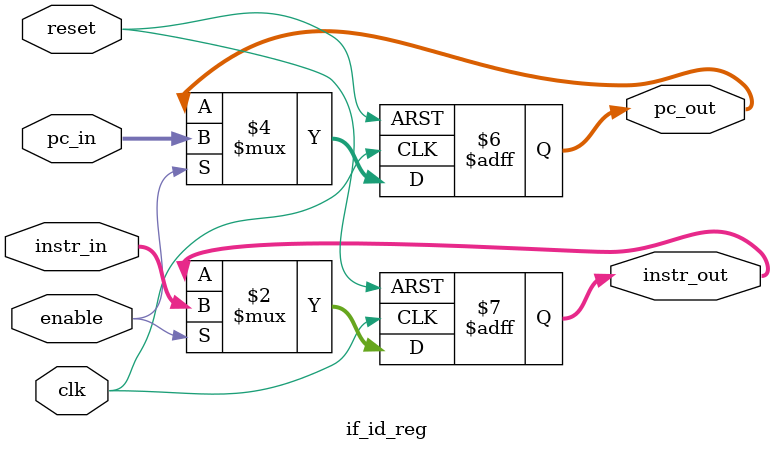
<source format=v>

module if_id_reg (
    input wire clk,             // Clock signal
    input wire reset,           // Asynchronous reset
    input wire enable,          // Enable signal for pipeline (e.g., for stalls)

    // Inputs from IF stage
    input wire [31:0] pc_in,        // PC value of the fetched instruction
    input wire [31:0] instr_in,     // Fetched instruction

    // Outputs to ID stage
    output reg [31:0] pc_out,       // PC value passed to ID stage
    output reg [31:0] instr_out     // Instruction passed to ID stage
);

    always @(posedge clk or posedge reset) begin
        if (reset) begin
            // On reset, clear the register outputs
            pc_out <= 32'b0;
            instr_out <= 32'b0;
        end else if (enable) begin
            // On positive clock edge, if enabled, latch the inputs to outputs
            pc_out <= pc_in;
            instr_out <= instr_in;
        end
    end

endmodule

</source>
